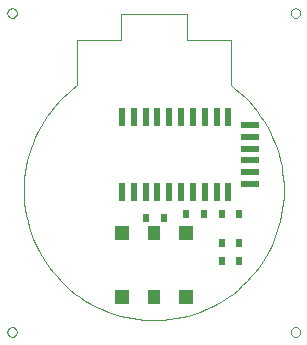
<source format=gtp>
G75*
G70*
%OFA0B0*%
%FSLAX24Y24*%
%IPPOS*%
%LPD*%
%AMOC8*
5,1,8,0,0,1.08239X$1,22.5*
%
%ADD10C,0.0000*%
%ADD11R,0.0197X0.0591*%
%ADD12R,0.0591X0.0197*%
%ADD13R,0.0197X0.0315*%
%ADD14R,0.0500X0.0500*%
%ADD15R,0.0394X0.0500*%
D10*
X000346Y000505D02*
X000348Y000530D01*
X000354Y000554D01*
X000363Y000577D01*
X000376Y000598D01*
X000393Y000617D01*
X000412Y000634D01*
X000433Y000647D01*
X000456Y000656D01*
X000480Y000662D01*
X000505Y000664D01*
X000530Y000662D01*
X000554Y000656D01*
X000577Y000647D01*
X000598Y000634D01*
X000617Y000617D01*
X000634Y000598D01*
X000647Y000577D01*
X000656Y000554D01*
X000662Y000530D01*
X000664Y000505D01*
X000662Y000480D01*
X000656Y000456D01*
X000647Y000433D01*
X000634Y000412D01*
X000617Y000393D01*
X000598Y000376D01*
X000577Y000363D01*
X000554Y000354D01*
X000530Y000348D01*
X000505Y000346D01*
X000480Y000348D01*
X000456Y000354D01*
X000433Y000363D01*
X000412Y000376D01*
X000393Y000393D01*
X000376Y000412D01*
X000363Y000433D01*
X000354Y000456D01*
X000348Y000480D01*
X000346Y000505D01*
X009560Y005230D02*
X009556Y005434D01*
X009542Y005637D01*
X009518Y005839D01*
X009485Y006040D01*
X009443Y006239D01*
X009391Y006437D01*
X009330Y006631D01*
X009260Y006822D01*
X009181Y007010D01*
X009094Y007194D01*
X008997Y007374D01*
X008893Y007549D01*
X008780Y007718D01*
X008660Y007883D01*
X008532Y008041D01*
X008396Y008193D01*
X008254Y008339D01*
X008105Y008478D01*
X007950Y008610D01*
X007788Y008734D01*
X007788Y008733D02*
X007788Y010229D01*
X006332Y010229D01*
X006332Y011096D01*
X004127Y011096D01*
X004127Y010229D01*
X002670Y010229D01*
X002670Y008733D01*
X000346Y011135D02*
X000348Y011160D01*
X000354Y011184D01*
X000363Y011207D01*
X000376Y011228D01*
X000393Y011247D01*
X000412Y011264D01*
X000433Y011277D01*
X000456Y011286D01*
X000480Y011292D01*
X000505Y011294D01*
X000530Y011292D01*
X000554Y011286D01*
X000577Y011277D01*
X000598Y011264D01*
X000617Y011247D01*
X000634Y011228D01*
X000647Y011207D01*
X000656Y011184D01*
X000662Y011160D01*
X000664Y011135D01*
X000662Y011110D01*
X000656Y011086D01*
X000647Y011063D01*
X000634Y011042D01*
X000617Y011023D01*
X000598Y011006D01*
X000577Y010993D01*
X000554Y010984D01*
X000530Y010978D01*
X000505Y010976D01*
X000480Y010978D01*
X000456Y010984D01*
X000433Y010993D01*
X000412Y011006D01*
X000393Y011023D01*
X000376Y011042D01*
X000363Y011063D01*
X000354Y011086D01*
X000348Y011110D01*
X000346Y011135D01*
X002671Y008734D02*
X002509Y008610D01*
X002354Y008478D01*
X002205Y008339D01*
X002063Y008193D01*
X001927Y008041D01*
X001799Y007883D01*
X001679Y007718D01*
X001566Y007549D01*
X001462Y007374D01*
X001365Y007194D01*
X001278Y007010D01*
X001199Y006822D01*
X001129Y006631D01*
X001068Y006437D01*
X001016Y006239D01*
X000974Y006040D01*
X000941Y005839D01*
X000917Y005637D01*
X000903Y005434D01*
X000899Y005230D01*
X000898Y005229D02*
X000903Y005020D01*
X000918Y004811D01*
X000943Y004603D01*
X000979Y004397D01*
X001024Y004193D01*
X001079Y003991D01*
X001144Y003792D01*
X001218Y003596D01*
X001301Y003404D01*
X001394Y003216D01*
X001496Y003033D01*
X001606Y002856D01*
X001725Y002683D01*
X001852Y002517D01*
X001987Y002357D01*
X002130Y002204D01*
X002280Y002058D01*
X002436Y001919D01*
X002599Y001788D01*
X002769Y001665D01*
X002944Y001550D01*
X003124Y001444D01*
X003310Y001347D01*
X003499Y001258D01*
X003693Y001179D01*
X003891Y001110D01*
X004091Y001050D01*
X004294Y001000D01*
X004500Y000960D01*
X004707Y000930D01*
X004915Y000909D01*
X005124Y000899D01*
X005334Y000899D01*
X005543Y000909D01*
X005751Y000930D01*
X005958Y000960D01*
X006164Y001000D01*
X006367Y001050D01*
X006567Y001110D01*
X006765Y001179D01*
X006959Y001258D01*
X007148Y001347D01*
X007334Y001444D01*
X007514Y001550D01*
X007689Y001665D01*
X007859Y001788D01*
X008022Y001919D01*
X008178Y002058D01*
X008328Y002204D01*
X008471Y002357D01*
X008606Y002517D01*
X008733Y002683D01*
X008852Y002856D01*
X008962Y003033D01*
X009064Y003216D01*
X009157Y003404D01*
X009240Y003596D01*
X009314Y003792D01*
X009379Y003991D01*
X009434Y004193D01*
X009479Y004397D01*
X009515Y004603D01*
X009540Y004811D01*
X009555Y005020D01*
X009560Y005229D01*
X009795Y000505D02*
X009797Y000530D01*
X009803Y000554D01*
X009812Y000577D01*
X009825Y000598D01*
X009842Y000617D01*
X009861Y000634D01*
X009882Y000647D01*
X009905Y000656D01*
X009929Y000662D01*
X009954Y000664D01*
X009979Y000662D01*
X010003Y000656D01*
X010026Y000647D01*
X010047Y000634D01*
X010066Y000617D01*
X010083Y000598D01*
X010096Y000577D01*
X010105Y000554D01*
X010111Y000530D01*
X010113Y000505D01*
X010111Y000480D01*
X010105Y000456D01*
X010096Y000433D01*
X010083Y000412D01*
X010066Y000393D01*
X010047Y000376D01*
X010026Y000363D01*
X010003Y000354D01*
X009979Y000348D01*
X009954Y000346D01*
X009929Y000348D01*
X009905Y000354D01*
X009882Y000363D01*
X009861Y000376D01*
X009842Y000393D01*
X009825Y000412D01*
X009812Y000433D01*
X009803Y000456D01*
X009797Y000480D01*
X009795Y000505D01*
X009795Y011135D02*
X009797Y011160D01*
X009803Y011184D01*
X009812Y011207D01*
X009825Y011228D01*
X009842Y011247D01*
X009861Y011264D01*
X009882Y011277D01*
X009905Y011286D01*
X009929Y011292D01*
X009954Y011294D01*
X009979Y011292D01*
X010003Y011286D01*
X010026Y011277D01*
X010047Y011264D01*
X010066Y011247D01*
X010083Y011228D01*
X010096Y011207D01*
X010105Y011184D01*
X010111Y011160D01*
X010113Y011135D01*
X010111Y011110D01*
X010105Y011086D01*
X010096Y011063D01*
X010083Y011042D01*
X010066Y011023D01*
X010047Y011006D01*
X010026Y010993D01*
X010003Y010984D01*
X009979Y010978D01*
X009954Y010976D01*
X009929Y010978D01*
X009905Y010984D01*
X009882Y010993D01*
X009861Y011006D01*
X009842Y011023D01*
X009825Y011042D01*
X009812Y011063D01*
X009803Y011086D01*
X009797Y011110D01*
X009795Y011135D01*
D11*
X007714Y007675D03*
X007320Y007675D03*
X006926Y007675D03*
X006532Y007675D03*
X006139Y007675D03*
X005745Y007675D03*
X005351Y007675D03*
X004958Y007675D03*
X004564Y007675D03*
X004170Y007675D03*
X004170Y005175D03*
X004564Y005175D03*
X004958Y005175D03*
X005351Y005175D03*
X005745Y005175D03*
X006139Y005175D03*
X006532Y005175D03*
X006926Y005175D03*
X007320Y005175D03*
X007714Y005175D03*
D12*
X008422Y005440D03*
X008422Y005834D03*
X008422Y006228D03*
X008422Y006622D03*
X008422Y007015D03*
X008422Y007409D03*
D13*
X008084Y004442D03*
X007493Y004442D03*
X006903Y004442D03*
X006312Y004442D03*
X005572Y004319D03*
X004981Y004319D03*
X007493Y003458D03*
X007493Y002867D03*
X008084Y002867D03*
X008084Y003458D03*
D14*
X006292Y003792D03*
X006292Y001666D03*
X004166Y001666D03*
X004166Y003792D03*
D15*
X005229Y003792D03*
X005229Y001666D03*
M02*

</source>
